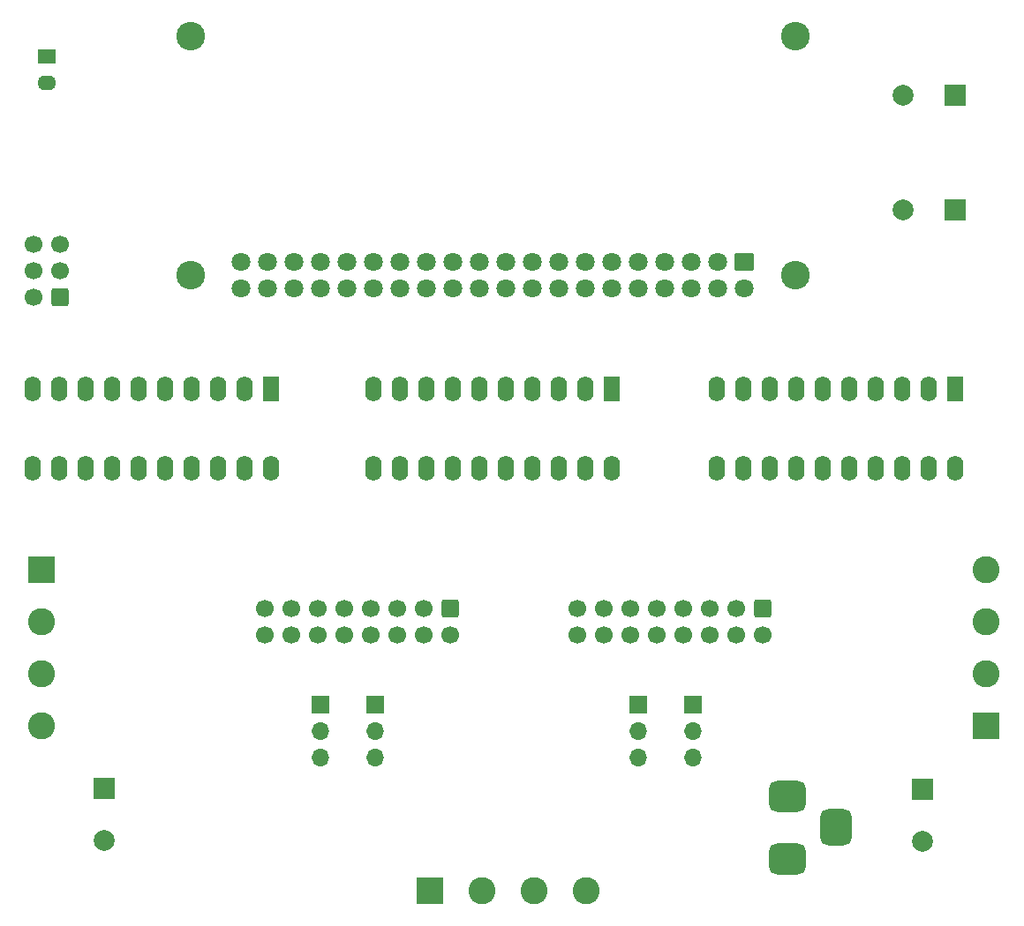
<source format=gbr>
%TF.GenerationSoftware,KiCad,Pcbnew,8.0.8*%
%TF.CreationDate,2025-02-10T11:59:04+01:00*%
%TF.ProjectId,HUB75Adapter,48554237-3541-4646-9170-7465722e6b69,V1.0*%
%TF.SameCoordinates,Original*%
%TF.FileFunction,Soldermask,Bot*%
%TF.FilePolarity,Negative*%
%FSLAX46Y46*%
G04 Gerber Fmt 4.6, Leading zero omitted, Abs format (unit mm)*
G04 Created by KiCad (PCBNEW 8.0.8) date 2025-02-10 11:59:04*
%MOMM*%
%LPD*%
G01*
G04 APERTURE LIST*
G04 Aperture macros list*
%AMRoundRect*
0 Rectangle with rounded corners*
0 $1 Rounding radius*
0 $2 $3 $4 $5 $6 $7 $8 $9 X,Y pos of 4 corners*
0 Add a 4 corners polygon primitive as box body*
4,1,4,$2,$3,$4,$5,$6,$7,$8,$9,$2,$3,0*
0 Add four circle primitives for the rounded corners*
1,1,$1+$1,$2,$3*
1,1,$1+$1,$4,$5*
1,1,$1+$1,$6,$7*
1,1,$1+$1,$8,$9*
0 Add four rect primitives between the rounded corners*
20,1,$1+$1,$2,$3,$4,$5,0*
20,1,$1+$1,$4,$5,$6,$7,0*
20,1,$1+$1,$6,$7,$8,$9,0*
20,1,$1+$1,$8,$9,$2,$3,0*%
G04 Aperture macros list end*
%ADD10RoundRect,0.750000X1.000000X-0.750000X1.000000X0.750000X-1.000000X0.750000X-1.000000X-0.750000X0*%
%ADD11RoundRect,0.750000X0.750000X-1.000000X0.750000X1.000000X-0.750000X1.000000X-0.750000X-1.000000X0*%
%ADD12RoundRect,0.250000X-0.600000X0.600000X-0.600000X-0.600000X0.600000X-0.600000X0.600000X0.600000X0*%
%ADD13C,1.700000*%
%ADD14R,1.700000X1.700000*%
%ADD15O,1.700000X1.700000*%
%ADD16R,2.000000X2.000000*%
%ADD17C,2.000000*%
%ADD18R,1.600000X2.400000*%
%ADD19O,1.600000X2.400000*%
%ADD20RoundRect,0.250000X0.600000X0.600000X-0.600000X0.600000X-0.600000X-0.600000X0.600000X-0.600000X0*%
%ADD21R,2.600000X2.600000*%
%ADD22C,2.600000*%
%ADD23R,1.800000X1.400000*%
%ADD24O,1.800000X1.400000*%
%ADD25C,2.750000*%
%ADD26RoundRect,0.102000X0.800000X0.754000X-0.800000X0.754000X-0.800000X-0.754000X0.800000X-0.754000X0*%
%ADD27C,1.804000*%
G04 APERTURE END LIST*
D10*
%TO.C,J1*%
X126250000Y-129250000D03*
X126250000Y-135250000D03*
D11*
X130950000Y-132250000D03*
%TD*%
D12*
%TO.C,J6*%
X123890000Y-111247500D03*
D13*
X123890000Y-113787500D03*
X121350000Y-111247500D03*
X121350000Y-113787500D03*
X118810000Y-111247500D03*
X118810000Y-113787500D03*
X116270000Y-111247500D03*
X116270000Y-113787500D03*
X113730000Y-111247500D03*
X113730000Y-113787500D03*
X111190000Y-111247500D03*
X111190000Y-113787500D03*
X108650000Y-111247500D03*
X108650000Y-113787500D03*
X106110000Y-111247500D03*
X106110000Y-113787500D03*
%TD*%
D14*
%TO.C,J10*%
X86750000Y-120475000D03*
D15*
X86750000Y-123015000D03*
X86750000Y-125555000D03*
%TD*%
D16*
%TO.C,C4*%
X142367677Y-73000000D03*
D17*
X137367677Y-73000000D03*
%TD*%
D18*
%TO.C,U3*%
X109395000Y-90175000D03*
D19*
X106855000Y-90175000D03*
X104315000Y-90175000D03*
X101775000Y-90175000D03*
X99235000Y-90175000D03*
X96695000Y-90175000D03*
X94155000Y-90175000D03*
X91615000Y-90175000D03*
X89075000Y-90175000D03*
X86535000Y-90175000D03*
X86535000Y-97795000D03*
X89075000Y-97795000D03*
X91615000Y-97795000D03*
X94155000Y-97795000D03*
X96695000Y-97795000D03*
X99235000Y-97795000D03*
X101775000Y-97795000D03*
X104315000Y-97795000D03*
X106855000Y-97795000D03*
X109395000Y-97795000D03*
%TD*%
D14*
%TO.C,J8*%
X117250000Y-120475000D03*
D15*
X117250000Y-123015000D03*
X117250000Y-125555000D03*
%TD*%
D14*
%TO.C,J9*%
X112000000Y-120475000D03*
D15*
X112000000Y-123015000D03*
X112000000Y-125555000D03*
%TD*%
D20*
%TO.C,J3*%
X56502500Y-81330000D03*
D13*
X53962500Y-81330000D03*
X56502500Y-78790000D03*
X53962500Y-78790000D03*
X56502500Y-76250000D03*
X53962500Y-76250000D03*
%TD*%
D16*
%TO.C,C5*%
X142367677Y-62000000D03*
D17*
X137367677Y-62000000D03*
%TD*%
D14*
%TO.C,J11*%
X81500000Y-120475000D03*
D15*
X81500000Y-123015000D03*
X81500000Y-125555000D03*
%TD*%
D21*
%TO.C,J5*%
X54695000Y-107500000D03*
D22*
X54695000Y-112500000D03*
X54695000Y-117500000D03*
X54695000Y-122500000D03*
%TD*%
D12*
%TO.C,J7*%
X93890000Y-111247500D03*
D13*
X93890000Y-113787500D03*
X91350000Y-111247500D03*
X91350000Y-113787500D03*
X88810000Y-111247500D03*
X88810000Y-113787500D03*
X86270000Y-111247500D03*
X86270000Y-113787500D03*
X83730000Y-111247500D03*
X83730000Y-113787500D03*
X81190000Y-111247500D03*
X81190000Y-113787500D03*
X78650000Y-111247500D03*
X78650000Y-113787500D03*
X76110000Y-111247500D03*
X76110000Y-113787500D03*
%TD*%
D18*
%TO.C,U2*%
X76750000Y-90175000D03*
D19*
X74210000Y-90175000D03*
X71670000Y-90175000D03*
X69130000Y-90175000D03*
X66590000Y-90175000D03*
X64050000Y-90175000D03*
X61510000Y-90175000D03*
X58970000Y-90175000D03*
X56430000Y-90175000D03*
X53890000Y-90175000D03*
X53890000Y-97795000D03*
X56430000Y-97795000D03*
X58970000Y-97795000D03*
X61510000Y-97795000D03*
X64050000Y-97795000D03*
X66590000Y-97795000D03*
X69130000Y-97795000D03*
X71670000Y-97795000D03*
X74210000Y-97795000D03*
X76750000Y-97795000D03*
%TD*%
D23*
%TO.C,LED1*%
X55250000Y-58225000D03*
D24*
X55250000Y-60765000D03*
%TD*%
D18*
%TO.C,U4*%
X142395000Y-90175000D03*
D19*
X139855000Y-90175000D03*
X137315000Y-90175000D03*
X134775000Y-90175000D03*
X132235000Y-90175000D03*
X129695000Y-90175000D03*
X127155000Y-90175000D03*
X124615000Y-90175000D03*
X122075000Y-90175000D03*
X119535000Y-90175000D03*
X119535000Y-97795000D03*
X122075000Y-97795000D03*
X124615000Y-97795000D03*
X127155000Y-97795000D03*
X129695000Y-97795000D03*
X132235000Y-97795000D03*
X134775000Y-97795000D03*
X137315000Y-97795000D03*
X139855000Y-97795000D03*
X142395000Y-97795000D03*
%TD*%
D21*
%TO.C,J4*%
X145305000Y-122500000D03*
D22*
X145305000Y-117500000D03*
X145305000Y-112500000D03*
X145305000Y-107500000D03*
%TD*%
D21*
%TO.C,J2*%
X92000000Y-138305000D03*
D22*
X97000000Y-138305000D03*
X102000000Y-138305000D03*
X107000000Y-138305000D03*
%TD*%
D16*
%TO.C,C11*%
X60750000Y-128500000D03*
D17*
X60750000Y-133500000D03*
%TD*%
D16*
%TO.C,C10*%
X139250000Y-128632323D03*
D17*
X139250000Y-133632323D03*
%TD*%
D25*
%TO.C,U1*%
X127000000Y-79270000D03*
X127000000Y-56270000D03*
X69000000Y-79270000D03*
X69000000Y-56270000D03*
D26*
X122130000Y-78000000D03*
D27*
X122130000Y-80540000D03*
X119590000Y-78000000D03*
X119590000Y-80540000D03*
X117050000Y-78000000D03*
X117050000Y-80540000D03*
X114510000Y-78000000D03*
X114510000Y-80540000D03*
X111970000Y-78000000D03*
X111970000Y-80540000D03*
X109430000Y-78000000D03*
X109430000Y-80540000D03*
X106890000Y-78000000D03*
X106890000Y-80540000D03*
X104350000Y-78000000D03*
X104350000Y-80540000D03*
X101810000Y-78000000D03*
X101810000Y-80540000D03*
X99270000Y-78000000D03*
X99270000Y-80540000D03*
X96730000Y-78000000D03*
X96730000Y-80540000D03*
X94190000Y-78000000D03*
X94190000Y-80540000D03*
X91650000Y-78000000D03*
X91650000Y-80540000D03*
X89110000Y-78000000D03*
X89110000Y-80540000D03*
X86570000Y-78000000D03*
X86570000Y-80540000D03*
X84030000Y-78000000D03*
X84030000Y-80540000D03*
X81490000Y-78000000D03*
X81490000Y-80540000D03*
X78950000Y-78000000D03*
X78950000Y-80540000D03*
X76410000Y-78000000D03*
X76410000Y-80540000D03*
X73870000Y-78000000D03*
X73870000Y-80540000D03*
%TD*%
M02*

</source>
